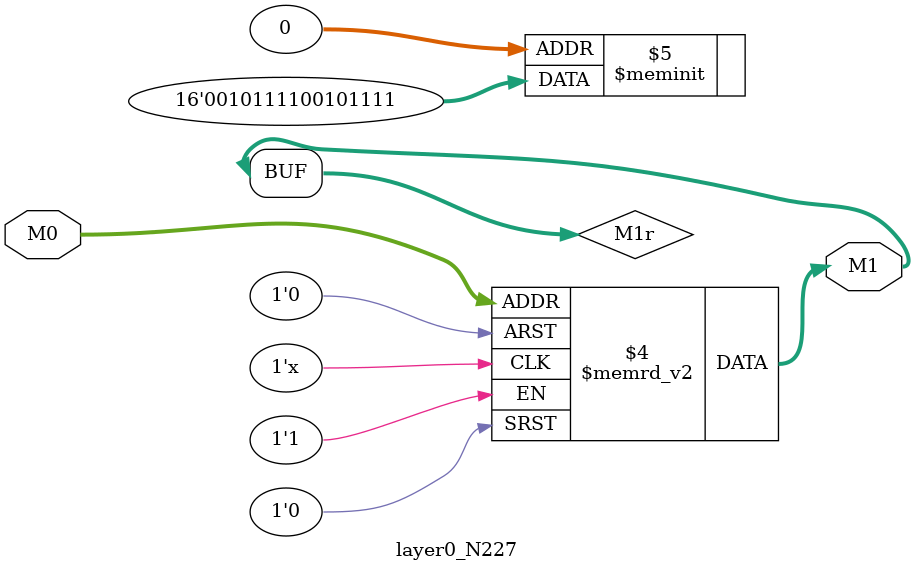
<source format=v>
module layer0_N227 ( input [2:0] M0, output [1:0] M1 );

	(*rom_style = "distributed" *) reg [1:0] M1r;
	assign M1 = M1r;
	always @ (M0) begin
		case (M0)
			3'b000: M1r = 2'b11;
			3'b100: M1r = 2'b11;
			3'b010: M1r = 2'b10;
			3'b110: M1r = 2'b10;
			3'b001: M1r = 2'b11;
			3'b101: M1r = 2'b11;
			3'b011: M1r = 2'b00;
			3'b111: M1r = 2'b00;

		endcase
	end
endmodule

</source>
